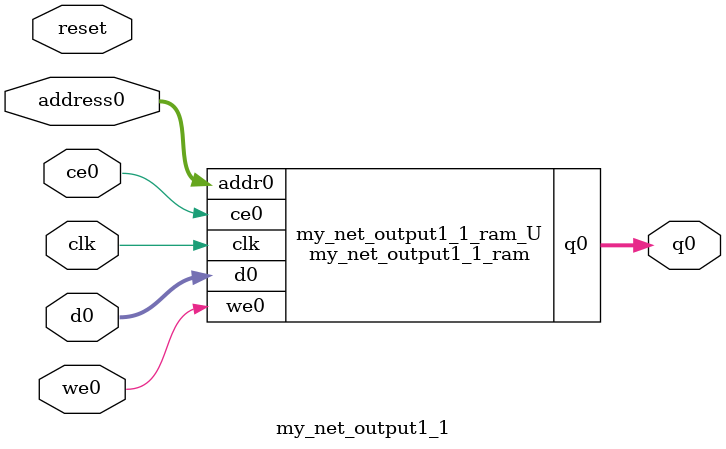
<source format=v>
`timescale 1 ns / 1 ps
module my_net_output1_1_ram (addr0, ce0, d0, we0, q0,  clk);

parameter DWIDTH = 16;
parameter AWIDTH = 7;
parameter MEM_SIZE = 100;

input[AWIDTH-1:0] addr0;
input ce0;
input[DWIDTH-1:0] d0;
input we0;
output reg[DWIDTH-1:0] q0;
input clk;

(* ram_style = "block" *)reg [DWIDTH-1:0] ram[0:MEM_SIZE-1];




always @(posedge clk)  
begin 
    if (ce0) 
    begin
        if (we0) 
        begin 
            ram[addr0] <= d0; 
        end 
        q0 <= ram[addr0];
    end
end


endmodule

`timescale 1 ns / 1 ps
module my_net_output1_1(
    reset,
    clk,
    address0,
    ce0,
    we0,
    d0,
    q0);

parameter DataWidth = 32'd16;
parameter AddressRange = 32'd100;
parameter AddressWidth = 32'd7;
input reset;
input clk;
input[AddressWidth - 1:0] address0;
input ce0;
input we0;
input[DataWidth - 1:0] d0;
output[DataWidth - 1:0] q0;



my_net_output1_1_ram my_net_output1_1_ram_U(
    .clk( clk ),
    .addr0( address0 ),
    .ce0( ce0 ),
    .we0( we0 ),
    .d0( d0 ),
    .q0( q0 ));

endmodule


</source>
